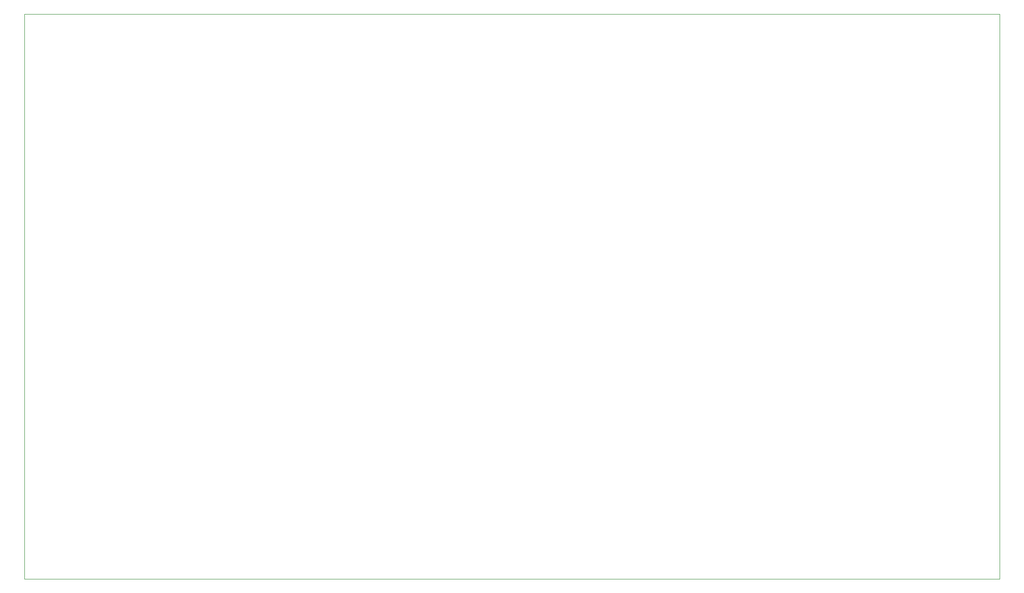
<source format=gbr>
G04 #@! TF.GenerationSoftware,KiCad,Pcbnew,5.1.8+dfsg1-1+b1*
G04 #@! TF.CreationDate,2020-12-23T10:12:17+01:00*
G04 #@! TF.ProjectId,first_try,66697273-745f-4747-9279-2e6b69636164,rev?*
G04 #@! TF.SameCoordinates,Original*
G04 #@! TF.FileFunction,Profile,NP*
%FSLAX46Y46*%
G04 Gerber Fmt 4.6, Leading zero omitted, Abs format (unit mm)*
G04 Created by KiCad (PCBNEW 5.1.8+dfsg1-1+b1) date 2020-12-23 10:12:17*
%MOMM*%
%LPD*%
G01*
G04 APERTURE LIST*
G04 #@! TA.AperFunction,Profile*
%ADD10C,0.050000*%
G04 #@! TD*
G04 APERTURE END LIST*
D10*
X51000000Y-23000000D02*
X227000000Y-23000000D01*
X51000000Y-125000000D02*
X51000000Y-23000000D01*
X227000000Y-125000000D02*
X51000000Y-125000000D01*
X227000000Y-23000000D02*
X227000000Y-125000000D01*
M02*

</source>
